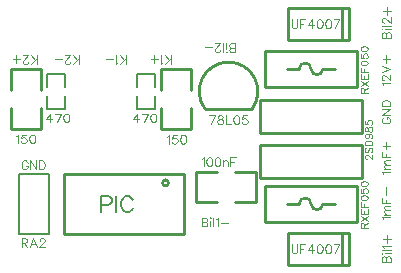
<source format=gto>
G04 Layer: TopSilkLayer*
G04 EasyEDA v6.4.17, 2021-03-05T12:05:08+01:00*
G04 f60f8210386e4bb8a37d6fc626a43cf4,a095d68295bf4de09e4161802e6eaeab,10*
G04 Gerber Generator version 0.2*
G04 Scale: 100 percent, Rotated: No, Reflected: No *
G04 Dimensions in inches *
G04 leading zeros omitted , absolute positions ,3 integer and 6 decimal *
%FSLAX36Y36*%
%MOIN*%

%ADD29C,0.0100*%
%ADD30C,0.0080*%
%ADD31C,0.0080*%
%ADD32C,0.0090*%
%ADD33C,0.0079*%
%ADD34C,0.0040*%
%ADD35C,0.0060*%

%LPD*%
D34*
X80500Y-536905D02*
G01*
X79099Y-534106D01*
X76399Y-531406D01*
X73600Y-530005D01*
X68200Y-530005D01*
X65500Y-531406D01*
X62699Y-534106D01*
X61399Y-536905D01*
X60000Y-540906D01*
X60000Y-547806D01*
X61399Y-551905D01*
X62699Y-554605D01*
X65500Y-557305D01*
X68200Y-558706D01*
X73600Y-558706D01*
X76399Y-557305D01*
X79099Y-554605D01*
X80500Y-551905D01*
X80500Y-547806D01*
X73600Y-547806D02*
G01*
X80500Y-547806D01*
X89499Y-530005D02*
G01*
X89499Y-558706D01*
X89499Y-530005D02*
G01*
X108499Y-558706D01*
X108499Y-530005D02*
G01*
X108499Y-558706D01*
X117500Y-530005D02*
G01*
X117500Y-558706D01*
X117500Y-530005D02*
G01*
X127100Y-530005D01*
X131199Y-531406D01*
X133899Y-534106D01*
X135300Y-536905D01*
X136599Y-540906D01*
X136599Y-547806D01*
X135300Y-551905D01*
X133899Y-554605D01*
X131199Y-557305D01*
X127100Y-558706D01*
X117500Y-558706D01*
X704108Y-379980D02*
G01*
X690408Y-408681D01*
X685007Y-379980D02*
G01*
X704108Y-379980D01*
X719908Y-379980D02*
G01*
X715808Y-381381D01*
X714407Y-384081D01*
X714407Y-386781D01*
X715808Y-389580D01*
X718508Y-390880D01*
X724007Y-392280D01*
X728108Y-393681D01*
X730808Y-396381D01*
X732208Y-399081D01*
X732208Y-403180D01*
X730808Y-405880D01*
X729407Y-407280D01*
X725408Y-408681D01*
X719908Y-408681D01*
X715808Y-407280D01*
X714407Y-405880D01*
X713108Y-403180D01*
X713108Y-399081D01*
X714407Y-396381D01*
X717208Y-393681D01*
X721307Y-392280D01*
X726707Y-390880D01*
X729407Y-389580D01*
X730808Y-386781D01*
X730808Y-384081D01*
X729407Y-381381D01*
X725408Y-379980D01*
X719908Y-379980D01*
X741208Y-379980D02*
G01*
X741208Y-408681D01*
X741208Y-408681D02*
G01*
X757507Y-408681D01*
X774708Y-379980D02*
G01*
X770608Y-381381D01*
X767908Y-385480D01*
X766507Y-392280D01*
X766507Y-396381D01*
X767908Y-403180D01*
X770608Y-407280D01*
X774708Y-408681D01*
X777408Y-408681D01*
X781507Y-407280D01*
X784308Y-403180D01*
X785608Y-396381D01*
X785608Y-392280D01*
X784308Y-385480D01*
X781507Y-381381D01*
X777408Y-379980D01*
X774708Y-379980D01*
X811008Y-379980D02*
G01*
X797408Y-379980D01*
X796008Y-392280D01*
X797408Y-390880D01*
X801408Y-389580D01*
X805507Y-389580D01*
X809607Y-390880D01*
X812408Y-393681D01*
X813708Y-397680D01*
X813708Y-400480D01*
X812408Y-404580D01*
X809607Y-407280D01*
X805507Y-408681D01*
X801408Y-408681D01*
X797408Y-407280D01*
X796008Y-405880D01*
X794607Y-403180D01*
X1210604Y-525709D02*
G01*
X1209503Y-525709D01*
X1207204Y-524508D01*
X1206103Y-523409D01*
X1205003Y-521109D01*
X1205003Y-516608D01*
X1206103Y-514308D01*
X1207204Y-513209D01*
X1209503Y-512008D01*
X1211804Y-512008D01*
X1214103Y-513209D01*
X1217503Y-515408D01*
X1228804Y-526808D01*
X1228804Y-510909D01*
X1208404Y-487509D02*
G01*
X1206103Y-489708D01*
X1205003Y-493209D01*
X1205003Y-497708D01*
X1206103Y-501109D01*
X1208404Y-503409D01*
X1210604Y-503409D01*
X1212903Y-502208D01*
X1214103Y-501109D01*
X1215204Y-498809D01*
X1217503Y-492008D01*
X1218603Y-489708D01*
X1219704Y-488609D01*
X1222003Y-487509D01*
X1225403Y-487509D01*
X1227704Y-489708D01*
X1228804Y-493209D01*
X1228804Y-497708D01*
X1227704Y-501109D01*
X1225403Y-503409D01*
X1205003Y-480009D02*
G01*
X1228804Y-480009D01*
X1205003Y-480009D02*
G01*
X1205003Y-472008D01*
X1206103Y-468609D01*
X1208404Y-466309D01*
X1210604Y-465208D01*
X1214103Y-464108D01*
X1219704Y-464108D01*
X1223104Y-465208D01*
X1225403Y-466309D01*
X1227704Y-468609D01*
X1228804Y-472008D01*
X1228804Y-480009D01*
X1212903Y-441808D02*
G01*
X1216304Y-442908D01*
X1218603Y-445208D01*
X1219704Y-448609D01*
X1219704Y-449708D01*
X1218603Y-453209D01*
X1216304Y-455408D01*
X1212903Y-456608D01*
X1211804Y-456608D01*
X1208404Y-455408D01*
X1206103Y-453209D01*
X1205003Y-449708D01*
X1205003Y-448609D01*
X1206103Y-445208D01*
X1208404Y-442908D01*
X1212903Y-441808D01*
X1218603Y-441808D01*
X1224304Y-442908D01*
X1227704Y-445208D01*
X1228804Y-448609D01*
X1228804Y-450909D01*
X1227704Y-454308D01*
X1225403Y-455408D01*
X1205003Y-428609D02*
G01*
X1206103Y-432008D01*
X1208404Y-433209D01*
X1210604Y-433209D01*
X1212903Y-432008D01*
X1214103Y-429708D01*
X1215204Y-425208D01*
X1216304Y-421808D01*
X1218603Y-419508D01*
X1220904Y-418409D01*
X1224304Y-418409D01*
X1226603Y-419508D01*
X1227704Y-420709D01*
X1228804Y-424108D01*
X1228804Y-428609D01*
X1227704Y-432008D01*
X1226603Y-433209D01*
X1224304Y-434308D01*
X1220904Y-434308D01*
X1218603Y-433209D01*
X1216304Y-430909D01*
X1215204Y-427509D01*
X1214103Y-422908D01*
X1212903Y-420709D01*
X1210604Y-419508D01*
X1208404Y-419508D01*
X1206103Y-420709D01*
X1205003Y-424108D01*
X1205003Y-428609D01*
X1205003Y-397208D02*
G01*
X1205003Y-408609D01*
X1215204Y-409708D01*
X1214103Y-408609D01*
X1212903Y-405208D01*
X1212903Y-401808D01*
X1214103Y-398409D01*
X1216304Y-396109D01*
X1219704Y-395009D01*
X1222003Y-395009D01*
X1225403Y-396109D01*
X1227704Y-398409D01*
X1228804Y-401808D01*
X1228804Y-405208D01*
X1227704Y-408609D01*
X1226603Y-409708D01*
X1224304Y-410909D01*
X1190015Y-754090D02*
G01*
X1213914Y-754090D01*
X1190015Y-754090D02*
G01*
X1190015Y-743890D01*
X1191215Y-740491D01*
X1192314Y-739290D01*
X1194615Y-738191D01*
X1196814Y-738191D01*
X1199115Y-739290D01*
X1200214Y-740491D01*
X1201414Y-743890D01*
X1201414Y-754090D01*
X1201414Y-746091D02*
G01*
X1213914Y-738191D01*
X1190015Y-730691D02*
G01*
X1213914Y-714791D01*
X1190015Y-714791D02*
G01*
X1213914Y-730691D01*
X1190015Y-707291D02*
G01*
X1213914Y-707291D01*
X1190015Y-707291D02*
G01*
X1190015Y-692491D01*
X1201414Y-707291D02*
G01*
X1201414Y-698191D01*
X1213914Y-707291D02*
G01*
X1213914Y-692491D01*
X1190015Y-684991D02*
G01*
X1213914Y-684991D01*
X1190015Y-684991D02*
G01*
X1190015Y-670190D01*
X1201414Y-684991D02*
G01*
X1201414Y-675891D01*
X1190015Y-655891D02*
G01*
X1191215Y-659290D01*
X1194615Y-661590D01*
X1200214Y-662690D01*
X1203715Y-662690D01*
X1209314Y-661590D01*
X1212714Y-659290D01*
X1213914Y-655891D01*
X1213914Y-653591D01*
X1212714Y-650190D01*
X1209314Y-647991D01*
X1203715Y-646790D01*
X1200214Y-646790D01*
X1194615Y-647991D01*
X1191215Y-650190D01*
X1190015Y-653591D01*
X1190015Y-655891D01*
X1190015Y-625691D02*
G01*
X1190015Y-637091D01*
X1200214Y-638191D01*
X1199115Y-637091D01*
X1198014Y-633591D01*
X1198014Y-630190D01*
X1199115Y-626790D01*
X1201414Y-624591D01*
X1204814Y-623391D01*
X1207115Y-623391D01*
X1210514Y-624591D01*
X1212714Y-626790D01*
X1213914Y-630190D01*
X1213914Y-633591D01*
X1212714Y-637091D01*
X1211615Y-638191D01*
X1209314Y-639290D01*
X1190015Y-609090D02*
G01*
X1191215Y-612491D01*
X1194615Y-614791D01*
X1200214Y-615891D01*
X1203715Y-615891D01*
X1209314Y-614791D01*
X1212714Y-612491D01*
X1213914Y-609090D01*
X1213914Y-606790D01*
X1212714Y-603391D01*
X1209314Y-601091D01*
X1203715Y-599991D01*
X1200214Y-599991D01*
X1194615Y-601091D01*
X1191215Y-603391D01*
X1190015Y-606790D01*
X1190015Y-609090D01*
X1189983Y-304101D02*
G01*
X1213783Y-304101D01*
X1189983Y-304101D02*
G01*
X1189983Y-293901D01*
X1191082Y-290500D01*
X1192183Y-289400D01*
X1194483Y-288200D01*
X1196782Y-288200D01*
X1199083Y-289400D01*
X1200182Y-290500D01*
X1201283Y-293901D01*
X1201283Y-304101D01*
X1201283Y-296201D02*
G01*
X1213783Y-288200D01*
X1189983Y-280700D02*
G01*
X1213783Y-264801D01*
X1189983Y-264801D02*
G01*
X1213783Y-280700D01*
X1189983Y-257301D02*
G01*
X1213783Y-257301D01*
X1189983Y-257301D02*
G01*
X1189983Y-242501D01*
X1201283Y-257301D02*
G01*
X1201283Y-248200D01*
X1213783Y-257301D02*
G01*
X1213783Y-242501D01*
X1189983Y-235001D02*
G01*
X1213783Y-235001D01*
X1189983Y-235001D02*
G01*
X1189983Y-220300D01*
X1201283Y-235001D02*
G01*
X1201283Y-225900D01*
X1189983Y-205900D02*
G01*
X1191082Y-209400D01*
X1194483Y-211601D01*
X1200182Y-212800D01*
X1203582Y-212800D01*
X1209282Y-211601D01*
X1212682Y-209400D01*
X1213783Y-205900D01*
X1213783Y-203701D01*
X1212682Y-200300D01*
X1209282Y-198000D01*
X1203582Y-196900D01*
X1200182Y-196900D01*
X1194483Y-198000D01*
X1191082Y-200300D01*
X1189983Y-203701D01*
X1189983Y-205900D01*
X1189983Y-175700D02*
G01*
X1189983Y-187100D01*
X1200182Y-188200D01*
X1199083Y-187100D01*
X1197883Y-183701D01*
X1197883Y-180300D01*
X1199083Y-176900D01*
X1201283Y-174600D01*
X1204683Y-173400D01*
X1206983Y-173400D01*
X1210383Y-174600D01*
X1212682Y-176900D01*
X1213783Y-180300D01*
X1213783Y-183701D01*
X1212682Y-187100D01*
X1211583Y-188200D01*
X1209282Y-189400D01*
X1189983Y-159101D02*
G01*
X1191082Y-162501D01*
X1194483Y-164801D01*
X1200182Y-165900D01*
X1203582Y-165900D01*
X1209282Y-164801D01*
X1212682Y-162501D01*
X1213783Y-159101D01*
X1213783Y-156900D01*
X1212682Y-153400D01*
X1209282Y-151201D01*
X1203582Y-150001D01*
X1200182Y-150001D01*
X1194483Y-151201D01*
X1191082Y-153400D01*
X1189983Y-156900D01*
X1189983Y-159101D01*
X660000Y-525511D02*
G01*
X662699Y-524110D01*
X666799Y-520010D01*
X666799Y-548710D01*
X684000Y-520010D02*
G01*
X679899Y-521410D01*
X677199Y-525511D01*
X675799Y-532310D01*
X675799Y-536410D01*
X677199Y-543211D01*
X679899Y-547310D01*
X684000Y-548710D01*
X686700Y-548710D01*
X690799Y-547310D01*
X693499Y-543211D01*
X694899Y-536410D01*
X694899Y-532310D01*
X693499Y-525511D01*
X690799Y-521410D01*
X686700Y-520010D01*
X684000Y-520010D01*
X712100Y-520010D02*
G01*
X708000Y-521410D01*
X705300Y-525511D01*
X703899Y-532310D01*
X703899Y-536410D01*
X705300Y-543211D01*
X708000Y-547310D01*
X712100Y-548710D01*
X714800Y-548710D01*
X718899Y-547310D01*
X721599Y-543211D01*
X723000Y-536410D01*
X723000Y-532310D01*
X721599Y-525511D01*
X718899Y-521410D01*
X714800Y-520010D01*
X712100Y-520010D01*
X731999Y-529610D02*
G01*
X731999Y-548710D01*
X731999Y-535010D02*
G01*
X736100Y-530911D01*
X738800Y-529610D01*
X742899Y-529610D01*
X745599Y-530911D01*
X746999Y-535010D01*
X746999Y-548710D01*
X755999Y-520010D02*
G01*
X755999Y-548710D01*
X755999Y-520010D02*
G01*
X773699Y-520010D01*
X755999Y-533710D02*
G01*
X766900Y-533710D01*
X545001Y-450506D02*
G01*
X547701Y-449106D01*
X551801Y-445005D01*
X551801Y-473706D01*
X577202Y-445005D02*
G01*
X563501Y-445005D01*
X562202Y-457305D01*
X563501Y-455905D01*
X567602Y-454605D01*
X571702Y-454605D01*
X575801Y-455905D01*
X578501Y-458706D01*
X579902Y-462806D01*
X579902Y-465506D01*
X578501Y-469605D01*
X575801Y-472305D01*
X571702Y-473706D01*
X567602Y-473706D01*
X563501Y-472305D01*
X562202Y-470905D01*
X560801Y-468206D01*
X597101Y-445005D02*
G01*
X593002Y-446406D01*
X590302Y-450506D01*
X588901Y-457305D01*
X588901Y-461406D01*
X590302Y-468206D01*
X593002Y-472305D01*
X597101Y-473706D01*
X599801Y-473706D01*
X603901Y-472305D01*
X606601Y-468206D01*
X608002Y-461406D01*
X608002Y-457305D01*
X606601Y-450506D01*
X603901Y-446406D01*
X599801Y-445005D01*
X597101Y-445005D01*
X42305Y-449099D02*
G01*
X45005Y-447699D01*
X49104Y-443600D01*
X49104Y-472300D01*
X74504Y-443600D02*
G01*
X60805Y-443600D01*
X59504Y-455900D01*
X60805Y-454499D01*
X64904Y-453200D01*
X69005Y-453200D01*
X73105Y-454499D01*
X75805Y-457300D01*
X77204Y-461399D01*
X77204Y-464099D01*
X75805Y-468200D01*
X73105Y-470900D01*
X69005Y-472300D01*
X64904Y-472300D01*
X60805Y-470900D01*
X59504Y-469499D01*
X58105Y-466799D01*
X94405Y-443600D02*
G01*
X90304Y-445000D01*
X87604Y-449099D01*
X86204Y-455900D01*
X86204Y-460000D01*
X87604Y-466799D01*
X90304Y-470900D01*
X94405Y-472300D01*
X97105Y-472300D01*
X101204Y-470900D01*
X103904Y-466799D01*
X105304Y-460000D01*
X105304Y-455900D01*
X103904Y-449099D01*
X101204Y-445000D01*
X97105Y-443600D01*
X94405Y-443600D01*
X60000Y-790000D02*
G01*
X60000Y-818699D01*
X60000Y-790000D02*
G01*
X72300Y-790000D01*
X76399Y-791399D01*
X77699Y-792800D01*
X79099Y-795500D01*
X79099Y-798200D01*
X77699Y-800999D01*
X76399Y-802300D01*
X72300Y-803699D01*
X60000Y-803699D01*
X69499Y-803699D02*
G01*
X79099Y-818699D01*
X99000Y-790000D02*
G01*
X88099Y-818699D01*
X99000Y-790000D02*
G01*
X109899Y-818699D01*
X92199Y-809099D02*
G01*
X105799Y-809099D01*
X120300Y-796900D02*
G01*
X120300Y-795500D01*
X121599Y-792800D01*
X123000Y-791399D01*
X125700Y-790000D01*
X131199Y-790000D01*
X133899Y-791399D01*
X135300Y-792800D01*
X136599Y-795500D01*
X136599Y-798200D01*
X135300Y-800999D01*
X132500Y-805000D01*
X118899Y-818699D01*
X138000Y-818699D01*
D35*
X325000Y-650007D02*
G01*
X325000Y-702507D01*
X325000Y-650007D02*
G01*
X347500Y-650007D01*
X355000Y-652507D01*
X357500Y-655007D01*
X360000Y-660007D01*
X360000Y-667507D01*
X357500Y-672507D01*
X355000Y-675007D01*
X347500Y-677507D01*
X325000Y-677507D01*
X376500Y-650007D02*
G01*
X376500Y-702507D01*
X430500Y-662507D02*
G01*
X428000Y-657507D01*
X423000Y-652507D01*
X418000Y-650007D01*
X408000Y-650007D01*
X403000Y-652507D01*
X398000Y-657507D01*
X395500Y-662507D01*
X393000Y-670007D01*
X393000Y-682507D01*
X395500Y-690007D01*
X398000Y-695007D01*
X403000Y-700007D01*
X408000Y-702507D01*
X418000Y-702507D01*
X423000Y-700007D01*
X428000Y-695007D01*
X430500Y-690007D01*
D34*
X660000Y-721302D02*
G01*
X660000Y-750001D01*
X660000Y-721302D02*
G01*
X672300Y-721302D01*
X676399Y-722701D01*
X677699Y-724101D01*
X679099Y-726801D01*
X679099Y-729502D01*
X677699Y-732202D01*
X676399Y-733602D01*
X672300Y-735001D01*
X660000Y-735001D02*
G01*
X672300Y-735001D01*
X676399Y-736302D01*
X677699Y-737701D01*
X679099Y-740401D01*
X679099Y-744502D01*
X677699Y-747202D01*
X676399Y-748602D01*
X672300Y-750001D01*
X660000Y-750001D01*
X688099Y-721302D02*
G01*
X689499Y-722701D01*
X690799Y-721302D01*
X689499Y-720001D01*
X688099Y-721302D01*
X689499Y-730902D02*
G01*
X689499Y-750001D01*
X699800Y-721302D02*
G01*
X699800Y-750001D01*
X708800Y-726801D02*
G01*
X711500Y-725401D01*
X715599Y-721302D01*
X715599Y-750001D01*
X724600Y-737701D02*
G01*
X749200Y-737701D01*
X771491Y-168690D02*
G01*
X771491Y-139991D01*
X771491Y-168690D02*
G01*
X759191Y-168690D01*
X755091Y-167291D01*
X753791Y-165891D01*
X752390Y-163191D01*
X752390Y-160491D01*
X753791Y-157791D01*
X755091Y-156390D01*
X759191Y-154991D01*
X771491Y-154991D02*
G01*
X759191Y-154991D01*
X755091Y-153690D01*
X753791Y-152291D01*
X752390Y-149591D01*
X752390Y-145491D01*
X753791Y-142791D01*
X755091Y-141390D01*
X759191Y-139991D01*
X771491Y-139991D01*
X743391Y-168690D02*
G01*
X741990Y-167291D01*
X740691Y-168690D01*
X741990Y-169991D01*
X743391Y-168690D01*
X741990Y-159090D02*
G01*
X741990Y-139991D01*
X731691Y-168690D02*
G01*
X731691Y-139991D01*
X721291Y-161891D02*
G01*
X721291Y-163191D01*
X719991Y-165891D01*
X718591Y-167291D01*
X715891Y-168690D01*
X710390Y-168690D01*
X707690Y-167291D01*
X706291Y-165891D01*
X704991Y-163191D01*
X704991Y-160491D01*
X706291Y-157791D01*
X708991Y-153690D01*
X722690Y-139991D01*
X703591Y-139991D01*
X694591Y-152291D02*
G01*
X669991Y-152291D01*
X1261322Y-869214D02*
G01*
X1290021Y-869214D01*
X1261322Y-869214D02*
G01*
X1261322Y-856914D01*
X1262722Y-852815D01*
X1264121Y-851514D01*
X1266822Y-850115D01*
X1269521Y-850115D01*
X1272322Y-851514D01*
X1273621Y-852815D01*
X1275021Y-856914D01*
X1275021Y-869214D02*
G01*
X1275021Y-856914D01*
X1276322Y-852815D01*
X1277722Y-851514D01*
X1280421Y-850115D01*
X1284521Y-850115D01*
X1287322Y-851514D01*
X1288621Y-852815D01*
X1290021Y-856914D01*
X1290021Y-869214D01*
X1261322Y-841114D02*
G01*
X1262722Y-839814D01*
X1261322Y-838415D01*
X1260021Y-839814D01*
X1261322Y-841114D01*
X1270922Y-839814D02*
G01*
X1290021Y-839814D01*
X1261322Y-829414D02*
G01*
X1290021Y-829414D01*
X1266822Y-820414D02*
G01*
X1265421Y-817714D01*
X1261322Y-813614D01*
X1290021Y-813614D01*
X1265421Y-792314D02*
G01*
X1290021Y-792314D01*
X1277722Y-804614D02*
G01*
X1277722Y-780014D01*
X1261409Y-121397D02*
G01*
X1290009Y-121397D01*
X1261409Y-121397D02*
G01*
X1261409Y-109097D01*
X1262709Y-104998D01*
X1264108Y-103697D01*
X1266809Y-102298D01*
X1269508Y-102298D01*
X1272308Y-103697D01*
X1273608Y-104998D01*
X1275009Y-109097D01*
X1275009Y-121397D02*
G01*
X1275009Y-109097D01*
X1276409Y-104998D01*
X1277709Y-103697D01*
X1280408Y-102298D01*
X1284508Y-102298D01*
X1287308Y-103697D01*
X1288608Y-104998D01*
X1290009Y-109097D01*
X1290009Y-121397D01*
X1261409Y-93297D02*
G01*
X1262709Y-91997D01*
X1261409Y-90597D01*
X1260009Y-91997D01*
X1261409Y-93297D01*
X1270909Y-91997D02*
G01*
X1290009Y-91997D01*
X1261409Y-81597D02*
G01*
X1290009Y-81597D01*
X1268208Y-71197D02*
G01*
X1266809Y-71197D01*
X1264108Y-69897D01*
X1262709Y-68497D01*
X1261409Y-65797D01*
X1261409Y-60297D01*
X1262709Y-57597D01*
X1264108Y-56197D01*
X1266809Y-54897D01*
X1269508Y-54897D01*
X1272308Y-56197D01*
X1276409Y-58998D01*
X1290009Y-72597D01*
X1290009Y-53497D01*
X1265408Y-32197D02*
G01*
X1290009Y-32197D01*
X1277709Y-44497D02*
G01*
X1277709Y-19998D01*
X960000Y-810014D02*
G01*
X960000Y-830513D01*
X961400Y-834614D01*
X964099Y-837314D01*
X968199Y-838714D01*
X970900Y-838714D01*
X975000Y-837314D01*
X977700Y-834614D01*
X979099Y-830513D01*
X979099Y-810014D01*
X988100Y-810014D02*
G01*
X988100Y-838714D01*
X988100Y-810014D02*
G01*
X1005799Y-810014D01*
X988100Y-823714D02*
G01*
X998999Y-823714D01*
X1028500Y-810014D02*
G01*
X1014799Y-829113D01*
X1035299Y-829113D01*
X1028500Y-810014D02*
G01*
X1028500Y-838714D01*
X1052500Y-810014D02*
G01*
X1048400Y-811413D01*
X1045600Y-815513D01*
X1044300Y-822314D01*
X1044300Y-826413D01*
X1045600Y-833213D01*
X1048400Y-837314D01*
X1052500Y-838714D01*
X1055200Y-838714D01*
X1059300Y-837314D01*
X1061999Y-833213D01*
X1063400Y-826413D01*
X1063400Y-822314D01*
X1061999Y-815513D01*
X1059300Y-811413D01*
X1055200Y-810014D01*
X1052500Y-810014D01*
X1080500Y-810014D02*
G01*
X1076499Y-811413D01*
X1073699Y-815513D01*
X1072399Y-822314D01*
X1072399Y-826413D01*
X1073699Y-833213D01*
X1076499Y-837314D01*
X1080500Y-838714D01*
X1083299Y-838714D01*
X1087399Y-837314D01*
X1090100Y-833213D01*
X1091499Y-826413D01*
X1091499Y-822314D01*
X1090100Y-815513D01*
X1087399Y-811413D01*
X1083299Y-810014D01*
X1080500Y-810014D01*
X1119499Y-810014D02*
G01*
X1105900Y-838714D01*
X1100500Y-810014D02*
G01*
X1119499Y-810014D01*
X960000Y-60014D02*
G01*
X960000Y-80513D01*
X961400Y-84614D01*
X964099Y-87314D01*
X968199Y-88713D01*
X970900Y-88713D01*
X975000Y-87314D01*
X977700Y-84614D01*
X979099Y-80513D01*
X979099Y-60014D01*
X988100Y-60014D02*
G01*
X988100Y-88713D01*
X988100Y-60014D02*
G01*
X1005799Y-60014D01*
X988100Y-73713D02*
G01*
X998999Y-73713D01*
X1028500Y-60014D02*
G01*
X1014799Y-79113D01*
X1035299Y-79113D01*
X1028500Y-60014D02*
G01*
X1028500Y-88713D01*
X1052500Y-60014D02*
G01*
X1048400Y-61413D01*
X1045600Y-65513D01*
X1044300Y-72314D01*
X1044300Y-76413D01*
X1045600Y-83213D01*
X1048400Y-87314D01*
X1052500Y-88713D01*
X1055200Y-88713D01*
X1059300Y-87314D01*
X1061999Y-83213D01*
X1063400Y-76413D01*
X1063400Y-72314D01*
X1061999Y-65513D01*
X1059300Y-61413D01*
X1055200Y-60014D01*
X1052500Y-60014D01*
X1080500Y-60014D02*
G01*
X1076499Y-61413D01*
X1073699Y-65513D01*
X1072399Y-72314D01*
X1072399Y-76413D01*
X1073699Y-83213D01*
X1076499Y-87314D01*
X1080500Y-88713D01*
X1083299Y-88713D01*
X1087399Y-87314D01*
X1090100Y-83213D01*
X1091499Y-76413D01*
X1091499Y-72314D01*
X1090100Y-65513D01*
X1087399Y-61413D01*
X1083299Y-60014D01*
X1080500Y-60014D01*
X1119499Y-60014D02*
G01*
X1105900Y-88713D01*
X1100500Y-60014D02*
G01*
X1119499Y-60014D01*
X1265468Y-574648D02*
G01*
X1264067Y-571948D01*
X1259967Y-567847D01*
X1288667Y-567847D01*
X1269567Y-558847D02*
G01*
X1288667Y-558847D01*
X1274967Y-558847D02*
G01*
X1270868Y-554747D01*
X1269567Y-552047D01*
X1269567Y-547948D01*
X1270868Y-545248D01*
X1274967Y-543847D01*
X1288667Y-543847D01*
X1274967Y-543847D02*
G01*
X1270868Y-539747D01*
X1269567Y-537047D01*
X1269567Y-532948D01*
X1270868Y-530248D01*
X1274967Y-528847D01*
X1288667Y-528847D01*
X1259967Y-519848D02*
G01*
X1288667Y-519848D01*
X1259967Y-519848D02*
G01*
X1259967Y-502148D01*
X1273667Y-519848D02*
G01*
X1273667Y-508948D01*
X1264067Y-480848D02*
G01*
X1288667Y-480848D01*
X1276368Y-493148D02*
G01*
X1276368Y-468647D01*
X1265505Y-726095D02*
G01*
X1264104Y-723395D01*
X1260005Y-719295D01*
X1288705Y-719295D01*
X1269605Y-710295D02*
G01*
X1288705Y-710295D01*
X1275005Y-710295D02*
G01*
X1270905Y-706194D01*
X1269605Y-703494D01*
X1269605Y-699394D01*
X1270905Y-696595D01*
X1275005Y-695295D01*
X1288705Y-695295D01*
X1275005Y-695295D02*
G01*
X1270905Y-691194D01*
X1269605Y-688494D01*
X1269605Y-684394D01*
X1270905Y-681595D01*
X1275005Y-680295D01*
X1288705Y-680295D01*
X1260005Y-671295D02*
G01*
X1288705Y-671295D01*
X1260005Y-671295D02*
G01*
X1260005Y-653595D01*
X1273705Y-671295D02*
G01*
X1273705Y-660394D01*
X1276405Y-644594D02*
G01*
X1276405Y-619994D01*
X110689Y-208715D02*
G01*
X110689Y-180014D01*
X91590Y-208715D02*
G01*
X110689Y-189614D01*
X103890Y-196415D02*
G01*
X91590Y-180014D01*
X81289Y-201914D02*
G01*
X81289Y-203215D01*
X79890Y-206015D01*
X78490Y-207314D01*
X75790Y-208715D01*
X70390Y-208715D01*
X67590Y-207314D01*
X66289Y-206015D01*
X64890Y-203215D01*
X64890Y-200515D01*
X66289Y-197815D01*
X68989Y-193715D01*
X82590Y-180014D01*
X63490Y-180014D01*
X42289Y-204614D02*
G01*
X42289Y-180014D01*
X54490Y-192314D02*
G01*
X29989Y-192314D01*
X250689Y-208715D02*
G01*
X250689Y-180014D01*
X231590Y-208715D02*
G01*
X250689Y-189614D01*
X243890Y-196415D02*
G01*
X231590Y-180014D01*
X221289Y-201914D02*
G01*
X221289Y-203215D01*
X219890Y-206015D01*
X218490Y-207314D01*
X215790Y-208715D01*
X210390Y-208715D01*
X207590Y-207314D01*
X206289Y-206015D01*
X204890Y-203215D01*
X204890Y-200515D01*
X206289Y-197815D01*
X208989Y-193715D01*
X222590Y-180014D01*
X203490Y-180014D01*
X194490Y-192314D02*
G01*
X169989Y-192314D01*
X558416Y-208717D02*
G01*
X558416Y-180016D01*
X539317Y-208717D02*
G01*
X558416Y-189616D01*
X551617Y-196417D02*
G01*
X539317Y-180016D01*
X530317Y-203216D02*
G01*
X527617Y-204616D01*
X523517Y-208717D01*
X523517Y-180016D01*
X502217Y-204616D02*
G01*
X502217Y-180016D01*
X514517Y-192316D02*
G01*
X490016Y-192316D01*
X408395Y-208613D02*
G01*
X408395Y-180012D01*
X389295Y-208613D02*
G01*
X408395Y-189612D01*
X401595Y-196412D02*
G01*
X389295Y-180012D01*
X380295Y-203213D02*
G01*
X377595Y-204612D01*
X373494Y-208613D01*
X373494Y-180012D01*
X364495Y-192312D02*
G01*
X339994Y-192312D01*
X1265402Y-279317D02*
G01*
X1264002Y-276617D01*
X1260002Y-272518D01*
X1288602Y-272518D01*
X1266801Y-262118D02*
G01*
X1265402Y-262118D01*
X1262701Y-260718D01*
X1261301Y-259418D01*
X1260002Y-256617D01*
X1260002Y-251217D01*
X1261301Y-248517D01*
X1262701Y-247118D01*
X1265402Y-245718D01*
X1268101Y-245718D01*
X1270901Y-247118D01*
X1275002Y-249818D01*
X1288602Y-263517D01*
X1288602Y-244418D01*
X1260002Y-235417D02*
G01*
X1288602Y-224517D01*
X1260002Y-213618D02*
G01*
X1288602Y-224517D01*
X1264002Y-192318D02*
G01*
X1288602Y-192318D01*
X1276301Y-204618D02*
G01*
X1276301Y-180018D01*
X1266791Y-386201D02*
G01*
X1264090Y-387600D01*
X1261391Y-390300D01*
X1259991Y-393000D01*
X1259991Y-398501D01*
X1261391Y-401201D01*
X1264090Y-404000D01*
X1266791Y-405300D01*
X1270891Y-406700D01*
X1277691Y-406700D01*
X1281791Y-405300D01*
X1284591Y-404000D01*
X1287290Y-401201D01*
X1288590Y-398501D01*
X1288590Y-393000D01*
X1287290Y-390300D01*
X1284591Y-387600D01*
X1281791Y-386201D01*
X1277691Y-386201D01*
X1277691Y-393000D02*
G01*
X1277691Y-386201D01*
X1259991Y-377201D02*
G01*
X1288590Y-377201D01*
X1259991Y-377201D02*
G01*
X1288590Y-358101D01*
X1259991Y-358101D02*
G01*
X1288590Y-358101D01*
X1259991Y-349101D02*
G01*
X1288590Y-349101D01*
X1259991Y-349101D02*
G01*
X1259991Y-339600D01*
X1261391Y-335500D01*
X1264090Y-332800D01*
X1266791Y-331401D01*
X1270891Y-330001D01*
X1277691Y-330001D01*
X1281791Y-331401D01*
X1284591Y-332800D01*
X1287290Y-335500D01*
X1288590Y-339600D01*
X1288590Y-349101D01*
X445893Y-373654D02*
G01*
X432256Y-392746D01*
X452712Y-392746D01*
X445893Y-373654D02*
G01*
X445893Y-402292D01*
X480801Y-373654D02*
G01*
X467166Y-402292D01*
X461712Y-373654D02*
G01*
X480801Y-373654D01*
X497984Y-373654D02*
G01*
X493892Y-375019D01*
X491165Y-379110D01*
X489801Y-385927D01*
X489801Y-390019D01*
X491165Y-396837D01*
X493892Y-400927D01*
X497984Y-402292D01*
X500711Y-402292D01*
X504801Y-400927D01*
X507530Y-396837D01*
X508892Y-390019D01*
X508892Y-385927D01*
X507530Y-379110D01*
X504801Y-375019D01*
X500711Y-373654D01*
X497984Y-373654D01*
X155893Y-373654D02*
G01*
X142256Y-392746D01*
X162712Y-392746D01*
X155893Y-373654D02*
G01*
X155893Y-402292D01*
X190801Y-373654D02*
G01*
X177166Y-402292D01*
X171712Y-373654D02*
G01*
X190801Y-373654D01*
X207984Y-373654D02*
G01*
X203892Y-375019D01*
X201165Y-379110D01*
X199801Y-385927D01*
X199801Y-390019D01*
X201165Y-396837D01*
X203892Y-400927D01*
X207984Y-402292D01*
X210711Y-402292D01*
X214801Y-400927D01*
X217530Y-396837D01*
X218892Y-390019D01*
X218892Y-385927D01*
X217530Y-379110D01*
X214801Y-375019D01*
X210711Y-373654D01*
X207984Y-373654D01*
D29*
X827950Y-359050D02*
G01*
X672049Y-359050D01*
X1194399Y-587998D02*
G01*
X855801Y-588000D01*
X855799Y-477800D02*
G01*
X855801Y-588000D01*
X1194400Y-477800D02*
G01*
X855799Y-477800D01*
X1194400Y-477800D02*
G01*
X1194399Y-587998D01*
X1194399Y-438000D02*
G01*
X855799Y-438000D01*
X855799Y-327800D02*
G01*
X855799Y-438000D01*
X1194399Y-327800D02*
G01*
X855799Y-327800D01*
X1194399Y-327800D02*
G01*
X1194399Y-438000D01*
X1178540Y-734050D02*
G01*
X871460Y-734050D01*
X871460Y-734050D02*
G01*
X871460Y-615940D01*
X871460Y-615940D02*
G01*
X1178540Y-615940D01*
X1178540Y-615940D02*
G01*
X1178540Y-734050D01*
X1064369Y-675000D02*
G01*
X1103739Y-675000D01*
X985630Y-675000D02*
G01*
X946260Y-675000D01*
X1178540Y-284050D02*
G01*
X871460Y-284050D01*
X871460Y-284050D02*
G01*
X871460Y-165940D01*
X871460Y-165940D02*
G01*
X1178540Y-165940D01*
X1178540Y-165940D02*
G01*
X1178540Y-284050D01*
X1064369Y-225000D02*
G01*
X1103739Y-225000D01*
X985630Y-225000D02*
G01*
X946260Y-225000D01*
X710000Y-570000D02*
G01*
X640000Y-570000D01*
X640000Y-670000D01*
X710000Y-670000D01*
X770000Y-670000D02*
G01*
X840000Y-670000D01*
X840000Y-570000D01*
X770000Y-570000D01*
X625000Y-295000D02*
G01*
X625000Y-225000D01*
X525000Y-225000D01*
X525000Y-295000D01*
X525000Y-355000D02*
G01*
X525000Y-425000D01*
X625000Y-425000D01*
X625000Y-355000D01*
X125000Y-295000D02*
G01*
X125000Y-225000D01*
X25000Y-225000D01*
X25000Y-295000D01*
X25000Y-355000D02*
G01*
X25000Y-425000D01*
X125000Y-425000D01*
X125000Y-355000D01*
D30*
X150000Y-775000D02*
G01*
X50000Y-775000D01*
X50000Y-575000D01*
X150000Y-575000D01*
X150000Y-650000D01*
D31*
X150000Y-775000D02*
G01*
X150000Y-650000D01*
D32*
X600000Y-575000D02*
G01*
X200000Y-575000D01*
X200000Y-775000D01*
X600000Y-775000D01*
X600000Y-575000D01*
X947500Y-770999D02*
G01*
X1152500Y-770999D01*
X1152500Y-879000D01*
X947500Y-879000D01*
X947500Y-770999D01*
X1127500Y-770999D02*
G01*
X1127500Y-879000D01*
X947500Y-20999D02*
G01*
X1152500Y-20999D01*
X1152500Y-129000D01*
X947500Y-129000D01*
X947500Y-20999D01*
X1127500Y-20999D02*
G01*
X1127500Y-129000D01*
D33*
X506500Y-315740D02*
G01*
X506500Y-359050D01*
X443499Y-359050D01*
X443499Y-315740D01*
X506500Y-284250D02*
G01*
X506500Y-240940D01*
X467130Y-240940D01*
X443499Y-240940D01*
X443499Y-284250D01*
X206500Y-315740D02*
G01*
X206500Y-359050D01*
X143499Y-359050D01*
X143499Y-315740D01*
X206500Y-284250D02*
G01*
X206500Y-240940D01*
X167130Y-240940D01*
X143499Y-240940D01*
X143499Y-284250D01*
D29*
G75*
G01*
X828000Y-359100D02*
G03*
X672000Y-359100I-78000J58992D01*
G75*
G01*
X1064370Y-675000D02*
G02*
X1025000Y-675000I-19685J444D01*
G75*
G01*
X985600Y-675000D02*
G02*
X1025000Y-675000I19700J0D01*
G75*
G01*
X1064370Y-225000D02*
G02*
X1025000Y-225000I-19685J444D01*
G75*
G01*
X985600Y-225000D02*
G02*
X1025000Y-225000I19700J0D01*
G75*
G01
X550000Y-605000D02*
G03X550000Y-605000I-10000J0D01*
M02*

</source>
